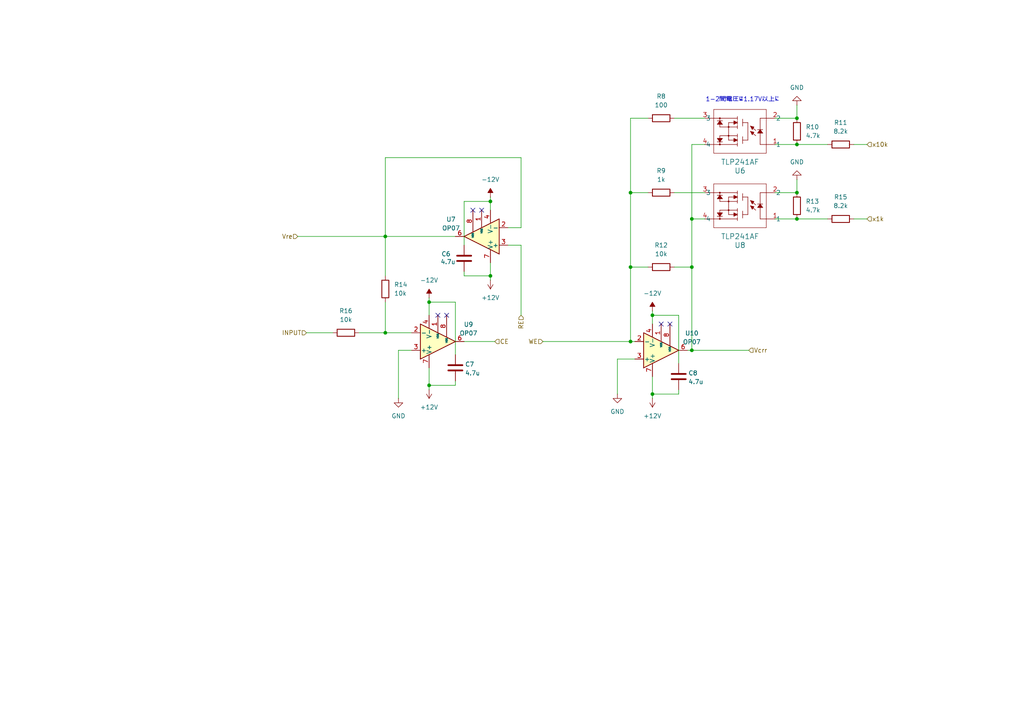
<source format=kicad_sch>
(kicad_sch (version 20250114) (generator "eeschema") (generator_version "9.0")
  (paper "A4")
  (lib_symbols
    (symbol "2025-06-01_06-39-10:TLP241AF" (pin_names (offset 0.254))
      (property "Reference" "U" (at 0 0 0))
      (property "Value" "TLP241AF" (at 0 0 0))
      (symbol "TLP241AF_0_1"
        (polyline (pts (xy -2.54 -2.54) (xy 0 -2.54)))
        (polyline (pts (xy -2.54 -10.16) (xy 0 -10.16)))
        (polyline (pts (xy 0 0) (xy 15.24 0)) (stroke (width 0.127)))
        (polyline (pts (xy 0 -12.7) (xy 0 0)) (stroke (width 0.127)))
        (polyline (pts (xy 1.016 -5.842) (xy 1.016 -5.842) (xy 2.54 -5.842) (xy 1.778 -6.858) (xy 1.016 -5.842)) (fill (type outline)))
        (polyline (pts (xy 1.016 -6.858) (xy 2.54 -6.858)))
        (polyline (pts (xy 1.778 -2.54) (xy 0 -2.54)))
        (polyline (pts (xy 1.778 -2.54) (xy 1.778 -5.842)))
        (polyline (pts (xy 1.778 -10.16) (xy 0 -10.16)))
        (polyline (pts (xy 1.778 -10.16) (xy 1.778 -6.858)))
        (polyline (pts (xy 4.572 -6.35) (xy 3.048 -5.08)))
        (polyline (pts (xy 4.572 -6.35) (xy 4.572 -6.35) (xy 4.064 -5.334) (xy 3.556 -6.096) (xy 4.572 -6.35)) (fill (type outline)))
        (polyline (pts (xy 4.572 -7.874) (xy 3.048 -6.604)))
        (polyline (pts (xy 4.572 -7.874) (xy 4.572 -7.874) (xy 4.064 -6.858) (xy 3.556 -7.62) (xy 4.572 -7.874)) (fill (type outline)))
        (polyline (pts (xy 5.334 -3.81) (xy 5.334 -8.89)))
        (polyline (pts (xy 6.858 -2.794) (xy 6.858 -4.826)))
        (polyline (pts (xy 6.858 -3.81) (xy 5.334 -3.81)))
        (polyline (pts (xy 6.858 -7.874) (xy 6.858 -9.906)))
        (polyline (pts (xy 6.858 -8.89) (xy 5.334 -8.89)))
        (polyline (pts (xy 8.382 -2.032) (xy 8.382 -3.048)))
        (polyline (pts (xy 8.382 -2.54) (xy 15.24 -2.54)))
        (polyline (pts (xy 8.382 -3.302) (xy 8.382 -4.318)))
        (polyline (pts (xy 8.382 -3.81) (xy 8.382 -3.81) (xy 9.398 -3.302) (xy 9.398 -4.318) (xy 8.382 -3.81)) (fill (type outline)))
        (polyline (pts (xy 8.382 -4.572) (xy 8.382 -5.588)))
        (polyline (pts (xy 8.382 -5.08) (xy 13.462 -5.08)))
        (polyline (pts (xy 8.382 -7.112) (xy 8.382 -8.128)))
        (polyline (pts (xy 8.382 -7.62) (xy 13.462 -7.62)))
        (polyline (pts (xy 8.382 -8.382) (xy 8.382 -9.398)))
        (polyline (pts (xy 8.382 -8.89) (xy 8.382 -8.89) (xy 9.398 -8.382) (xy 9.398 -9.398) (xy 8.382 -8.89)) (fill (type outline)))
        (polyline (pts (xy 8.382 -9.652) (xy 8.382 -10.668)))
        (polyline (pts (xy 8.382 -10.16) (xy 15.24 -10.16)))
        (polyline (pts (xy 9.398 -3.81) (xy 10.922 -3.81)))
        (polyline (pts (xy 9.398 -8.89) (xy 10.922 -8.89)))
        (polyline (pts (xy 10.922 -3.81) (xy 10.922 -8.89)))
        (circle (center 10.922 -5.08) (radius 0.127) (stroke (width 0.254)))
        (circle (center 10.922 -7.62) (radius 0.127) (stroke (width 0.254)))
        (polyline (pts (xy 12.7 -3.302) (xy 14.224 -3.302)))
        (polyline (pts (xy 12.7 -8.382) (xy 12.7 -8.382) (xy 14.224 -8.382) (xy 13.462 -9.398) (xy 12.7 -8.382)) (fill (type outline)))
        (polyline (pts (xy 12.7 -9.398) (xy 14.224 -9.398)))
        (polyline (pts (xy 13.462 -2.54) (xy 13.462 -3.302)))
        (circle (center 13.462 -2.54) (radius 0.127) (stroke (width 0.254)))
        (polyline (pts (xy 13.462 -3.302) (xy 13.462 -3.302) (xy 12.7 -4.318) (xy 14.224 -4.318) (xy 13.462 -3.302)) (fill (type outline)))
        (polyline (pts (xy 13.462 -4.318) (xy 13.462 -5.08)))
        (polyline (pts (xy 13.462 -7.62) (xy 13.462 -8.382)))
        (polyline (pts (xy 13.462 -9.398) (xy 13.462 -10.16)))
        (circle (center 13.462 -10.16) (radius 0.127) (stroke (width 0.254)))
        (polyline (pts (xy 15.24 0) (xy 15.24 -12.7)) (stroke (width 0.127)))
        (polyline (pts (xy 15.24 -12.7) (xy 0 -12.7)) (stroke (width 0.127)))
        (polyline (pts (xy 17.78 -2.54) (xy 15.24 -2.54)))
        (polyline (pts (xy 17.78 -10.16) (xy 15.24 -10.16)))
        (pin unspecified line (at -2.54 -2.54 180) (length 0.0254) (name "1") (number "1"))
        (pin unspecified line (at -2.54 -10.16 180) (length 0.0254) (name "2") (number "2"))
        (pin unspecified line (at 17.78 -2.54 180) (length 0.0254) (name "4") (number "4"))
        (pin unspecified line (at 17.78 -10.16 180) (length 0.0254) (name "3") (number "3"))
      )
    )
    (symbol "Amplifier_Operational:OP07" (pin_names (offset 0.127))
      (property "Reference" "U" (at 1.27 6.35 0))
      (property "Value" "OP07" (at 1.27 3.81 0))
      (symbol "OP07_0_1"
        (polyline (pts (xy -5.08 5.08) (xy 5.08 0) (xy -5.08 -5.08) (xy -5.08 5.08)) (stroke (width 0.254)) (fill (type background)))
      )
      (symbol "OP07_1_1"
        (pin input line (at -7.62 2.54 0) (length 2.54) (name "+") (number "3"))
        (pin input line (at -7.62 -2.54 0) (length 2.54) (name "-") (number "2"))
        (pin power_in line (at -2.54 7.62 270) (length 3.81) (name "V+") (number "7"))
        (pin power_in line (at -2.54 -7.62 90) (length 3.81) (name "V-") (number "4"))
        (pin no_connect line (at 0 2.54 270) (length 2.54) (hide yes) (name "NC") (number "5"))
        (pin input line (at 0 -7.62 90) (length 5.08) (name "VOS") (number "1"))
        (pin input line (at 2.54 -7.62 90) (length 6.35) (name "VOS") (number "8"))
        (pin output line (at 7.62 0 180) (length 2.54) (name "~") (number "6"))
      )
    )
    (symbol "Device:C" (pin_numbers (hide yes)) (pin_names (offset 0.254))
      (property "Reference" "C" (at 0.635 2.54 0))
      (property "Value" "C" (at 0.635 -2.54 0))
      (symbol "C_0_1"
        (polyline (pts (xy -2.032 0.762) (xy 2.032 0.762)) (stroke (width 0.508)))
        (polyline (pts (xy -2.032 -0.762) (xy 2.032 -0.762)) (stroke (width 0.508)))
      )
      (symbol "C_1_1"
        (pin passive line (at 0 3.81 270) (length 2.794) (name "~") (number "1"))
        (pin passive line (at 0 -3.81 90) (length 2.794) (name "~") (number "2"))
      )
    )
    (symbol "Device:R" (pin_numbers (hide yes)) (pin_names (offset 0))
      (property "Reference" "R" (at 2.032 0 90))
      (property "Value" "R" (at 0 0 90))
      (symbol "R_0_1"
        (rectangle (start -1.016 -2.54) (end 1.016 2.54) (stroke (width 0.254)))
      )
      (symbol "R_1_1"
        (pin passive line (at 0 3.81 270) (length 1.27) (name "~") (number "1"))
        (pin passive line (at 0 -3.81 90) (length 1.27) (name "~") (number "2"))
      )
    )
    (symbol "GND_1" (power) (pin_numbers (hide yes)) (pin_names (offset 0) (hide yes))
      (property "Value" "GND" (at 0 -3.81 0))
      (symbol "GND_1_0_1"
        (polyline (pts (xy 0 0) (xy 0 -1.27) (xy 1.27 -1.27) (xy 0 -2.54) (xy -1.27 -1.27) (xy 0 -1.27)))
      )
      (symbol "GND_1_1_1"
        (pin power_in line (at 0 0 270) (length 0) (name "~") (number "1"))
      )
    )
    (symbol "power:+12V" (power) (pin_numbers (hide yes)) (pin_names (offset 0) (hide yes))
      (property "Value" "+12V" (at 0 3.556 0))
      (symbol "+12V_0_1"
        (polyline (pts (xy -0.762 1.27) (xy 0 2.54)))
        (polyline (pts (xy 0 2.54) (xy 0.762 1.27)))
        (polyline (pts (xy 0 0) (xy 0 2.54)))
      )
      (symbol "+12V_1_1"
        (pin power_in line (at 0 0 90) (length 0) (name "~") (number "1"))
      )
    )
    (symbol "power:-12V" (power) (pin_numbers (hide yes)) (pin_names (offset 0) (hide yes))
      (property "Value" "-12V" (at 0 3.556 0))
      (symbol "-12V_0_0"
        (pin power_in line (at 0 0 90) (length 0) (name "~") (number "1"))
      )
      (symbol "-12V_0_1"
        (polyline (pts (xy 0 0) (xy 0 1.27) (xy 0.762 1.27) (xy 0 2.54) (xy -0.762 1.27) (xy 0 1.27)) (fill (type outline)))
      )
    )
    (symbol "power:GNDA" (power) (pin_numbers (hide yes)) (pin_names (offset 0) (hide yes))
      (property "Value" "GNDA" (at 0 -3.81 0))
      (symbol "GNDA_0_1"
        (polyline (pts (xy 0 0) (xy 0 -1.27) (xy 1.27 -1.27) (xy 0 -2.54) (xy -1.27 -1.27) (xy 0 -1.27)))
      )
      (symbol "GNDA_1_1"
        (pin power_in line (at 0 0 270) (length 0) (name "~") (number "1"))
      )
    )
  )
  (text "1-2間電圧は1.17V以上に" (at 215.392 28.956 0) (effects (font (size 1.27 1.27))))
  (junction (at 231.14 55.88))
  (junction (at 200.66 101.6))
  (junction (at 124.46 87.63))
  (junction (at 200.66 77.47))
  (junction (at 231.14 34.29))
  (junction (at 200.66 63.5))
  (junction (at 111.76 68.58))
  (junction (at 189.23 114.3))
  (junction (at 182.88 55.88))
  (junction (at 231.14 41.91))
  (junction (at 111.76 96.52))
  (junction (at 189.23 91.44))
  (junction (at 182.88 77.47))
  (junction (at 142.24 80.01))
  (junction (at 142.24 58.42))
  (junction (at 124.46 111.76))
  (junction (at 231.14 63.5))
  (junction (at 182.88 99.06))
  (no_connect (at 139.7 60.96))
  (no_connect (at 191.77 93.98))
  (no_connect (at 137.16 60.96))
  (no_connect (at 129.54 91.44))
  (no_connect (at 127 91.44))
  (no_connect (at 194.31 93.98))
  (wire (pts (xy 182.88 77.47) (xy 187.96 77.47)))
  (wire (pts (xy 132.08 87.63) (xy 132.08 102.87)))
  (wire (pts (xy 247.65 63.5) (xy 251.46 63.5)))
  (wire (pts (xy 189.23 91.44) (xy 189.23 93.98)))
  (wire (pts (xy 111.76 80.01) (xy 111.76 68.58)))
  (wire (pts (xy 196.85 91.44) (xy 196.85 105.41)))
  (wire (pts (xy 189.23 114.3) (xy 189.23 109.22)))
  (wire (pts (xy 124.46 87.63) (xy 124.46 91.44)))
  (wire (pts (xy 195.58 77.47) (xy 200.66 77.47)))
  (wire (pts (xy 189.23 90.17) (xy 189.23 91.44)))
  (wire (pts (xy 111.76 68.58) (xy 132.08 68.58)))
  (wire (pts (xy 231.14 30.48) (xy 231.14 34.29)))
  (wire (pts (xy 111.76 68.58) (xy 111.76 45.72)))
  (wire (pts (xy 224.79 55.88) (xy 231.14 55.88)))
  (wire (pts (xy 151.13 66.04) (xy 147.32 66.04)))
  (wire (pts (xy 196.85 113.03) (xy 196.85 114.3)))
  (wire (pts (xy 182.88 55.88) (xy 182.88 77.47)))
  (wire (pts (xy 200.66 63.5) (xy 204.47 63.5)))
  (wire (pts (xy 111.76 96.52) (xy 111.76 87.63)))
  (wire (pts (xy 182.88 34.29) (xy 182.88 55.88)))
  (wire (pts (xy 199.39 101.6) (xy 200.66 101.6)))
  (wire (pts (xy 189.23 115.57) (xy 189.23 114.3)))
  (wire (pts (xy 142.24 80.01) (xy 142.24 76.2)))
  (wire (pts (xy 224.79 63.5) (xy 231.14 63.5)))
  (wire (pts (xy 142.24 58.42) (xy 142.24 60.96)))
  (wire (pts (xy 231.14 52.07) (xy 231.14 55.88)))
  (wire (pts (xy 115.57 101.6) (xy 115.57 115.57)))
  (wire (pts (xy 200.66 63.5) (xy 200.66 77.47)))
  (wire (pts (xy 142.24 58.42) (xy 134.62 58.42)))
  (wire (pts (xy 111.76 45.72) (xy 151.13 45.72)))
  (wire (pts (xy 182.88 55.88) (xy 187.96 55.88)))
  (wire (pts (xy 132.08 110.49) (xy 132.08 111.76)))
  (wire (pts (xy 195.58 55.88) (xy 204.47 55.88)))
  (wire (pts (xy 134.62 99.06) (xy 143.51 99.06)))
  (wire (pts (xy 119.38 101.6) (xy 115.57 101.6)))
  (wire (pts (xy 151.13 71.12) (xy 151.13 91.44)))
  (wire (pts (xy 179.07 104.14) (xy 179.07 114.3)))
  (wire (pts (xy 224.79 34.29) (xy 231.14 34.29)))
  (wire (pts (xy 204.47 41.91) (xy 200.66 41.91)))
  (wire (pts (xy 200.66 101.6) (xy 217.17 101.6)))
  (wire (pts (xy 182.88 77.47) (xy 182.88 99.06)))
  (wire (pts (xy 104.14 96.52) (xy 111.76 96.52)))
  (wire (pts (xy 111.76 96.52) (xy 119.38 96.52)))
  (wire (pts (xy 124.46 111.76) (xy 132.08 111.76)))
  (wire (pts (xy 86.36 68.58) (xy 111.76 68.58)))
  (wire (pts (xy 142.24 57.15) (xy 142.24 58.42)))
  (wire (pts (xy 189.23 91.44) (xy 196.85 91.44)))
  (wire (pts (xy 142.24 80.01) (xy 142.24 81.28)))
  (wire (pts (xy 151.13 45.72) (xy 151.13 66.04)))
  (wire (pts (xy 124.46 111.76) (xy 124.46 113.03)))
  (wire (pts (xy 231.14 63.5) (xy 240.03 63.5)))
  (wire (pts (xy 124.46 86.36) (xy 124.46 87.63)))
  (wire (pts (xy 182.88 99.06) (xy 184.15 99.06)))
  (wire (pts (xy 134.62 58.42) (xy 134.62 71.12)))
  (wire (pts (xy 124.46 111.76) (xy 124.46 106.68)))
  (wire (pts (xy 88.9 96.52) (xy 96.52 96.52)))
  (wire (pts (xy 231.14 41.91) (xy 240.03 41.91)))
  (wire (pts (xy 224.79 41.91) (xy 231.14 41.91)))
  (wire (pts (xy 184.15 104.14) (xy 179.07 104.14)))
  (wire (pts (xy 124.46 87.63) (xy 132.08 87.63)))
  (wire (pts (xy 187.96 34.29) (xy 182.88 34.29)))
  (wire (pts (xy 157.48 99.06) (xy 182.88 99.06)))
  (wire (pts (xy 200.66 41.91) (xy 200.66 63.5)))
  (wire (pts (xy 247.65 41.91) (xy 251.46 41.91)))
  (wire (pts (xy 147.32 71.12) (xy 151.13 71.12)))
  (wire (pts (xy 134.62 78.74) (xy 134.62 80.01)))
  (wire (pts (xy 195.58 34.29) (xy 204.47 34.29)))
  (wire (pts (xy 196.85 114.3) (xy 189.23 114.3)))
  (wire (pts (xy 200.66 77.47) (xy 200.66 101.6)))
  (wire (pts (xy 134.62 80.01) (xy 142.24 80.01)))
  (hierarchical_label "CE" (shape input) (at 143.51 99.06 0))
  (hierarchical_label "Vre" (shape input) (at 86.36 68.58 180))
  (hierarchical_label "INPUT" (shape input) (at 88.9 96.52 180))
  (hierarchical_label "Vcrr" (shape input) (at 217.17 101.6 0))
  (hierarchical_label "x10k" (shape input) (at 251.46 41.91 0))
  (hierarchical_label "RE" (shape input) (at 151.13 91.44 270))
  (hierarchical_label "x1k" (shape input) (at 251.46 63.5 0))
  (hierarchical_label "WE" (shape input) (at 157.48 99.06 180))
  (symbol (lib_name "GND_1") (lib_id "power:GND") (at 179.07 114.3 0) (unit 1)
    (property "Reference" "#PWR024" (effects (hide yes)))
    (property "Value" "GND" (at 179.07 119.38 0))
    (property "Description" "Power symbol creates a global label with name \"GND\" , ground" (effects (hide yes)))
  )
  (symbol (lib_name "GND_1") (lib_id "power:GND") (at 231.14 52.07 180) (unit 1)
    (property "Reference" "#PWR019" (effects (hide yes)))
    (property "Value" "GND" (at 231.14 46.99 0))
    (property "Description" "Power symbol creates a global label with name \"GND\" , ground" (effects (hide yes)))
  )
  (symbol (lib_id "power:+12V") (at 189.23 115.57 180) (unit 1)
    (property "Reference" "#PWR026" (effects (hide yes)))
    (property "Value" "+12V" (at 189.23 120.65 0))
    (property "Description" "Power symbol creates a global label with name \"+12V\"" (effects (hide yes)))
  )
  (symbol (lib_id "power:GNDA") (at 115.57 115.57 0) (unit 1)
    (property "Reference" "#PWR025" (effects (hide yes)))
    (property "Value" "GND" (at 115.57 120.65 0))
    (property "Description" "Power symbol creates a global label with name \"GNDA\" , analog ground" (effects (hide yes)))
  )
  (symbol (lib_id "power:-12V") (at 189.23 90.17 0) (unit 1)
    (property "Reference" "#PWR022" (effects (hide yes)))
    (property "Value" "-12V" (at 189.23 85.09 0))
    (property "Description" "Power symbol creates a global label with name \"-12V\"" (effects (hide yes)))
  )
  (symbol (lib_id "Amplifier_Operational:OP07") (at 191.77 101.6 0) (mirror x) (unit 1)
    (property "Reference" "U10" (at 200.66 96.6468 0))
    (property "Value" "OP07" (at 200.66 99.1868 0))
    (property "Footprint" "Package_DIP:DIP-8_W7.62mm" (effects (hide yes)))
    (property "Datasheet" "https://www.analog.com/media/en/technical-documentation/data-sheets/OP07.pdf" (effects (hide yes)))
    (property "Description" "Single Ultra-Low Offset Voltage Operational Amplifier, DIP-8/SOIC-8" (effects (hide yes)))
  )
  (symbol (lib_id "Amplifier_Operational:OP07") (at 139.7 68.58 180) (unit 1)
    (property "Reference" "U7" (at 130.81 63.6268 0))
    (property "Value" "OP07" (at 130.81 66.1668 0))
    (property "Footprint" "Package_DIP:DIP-8_W7.62mm" (effects (hide yes)))
    (property "Datasheet" "https://www.analog.com/media/en/technical-documentation/data-sheets/OP07.pdf" (effects (hide yes)))
    (property "Description" "Single Ultra-Low Offset Voltage Operational Amplifier, DIP-8/SOIC-8" (effects (hide yes)))
  )
  (symbol (lib_id "Device:R") (at 111.76 83.82 0) (unit 1)
    (property "Reference" "R14" (at 114.3 82.55 0) (effects (justify left)))
    (property "Value" "10k" (at 114.3 85.09 0) (effects (justify left)))
    (property "Footprint" "Resistor_SMD:R_0603_1608Metric" (effects (hide yes)))
    (property "Sim.Device" "R" (effects (hide yes)))
    (property "Sim.Type" "=" (effects (hide yes)))
    (property "Sim.Params" "r=10k" (effects (hide yes)))
    (property "Sim.Pins" "1=+ 2=-" (effects (hide yes)))
  )
  (symbol (lib_id "Device:R") (at 100.33 96.52 90) (unit 1)
    (property "Reference" "R16" (at 100.33 90.17 90))
    (property "Value" "10k" (at 100.33 92.71 90))
    (property "Footprint" "Resistor_SMD:R_0603_1608Metric" (effects (hide yes)))
    (property "Sim.Device" "R" (effects (hide yes)))
    (property "Sim.Type" "=" (effects (hide yes)))
    (property "Sim.Params" "r=10k" (effects (hide yes)))
    (property "Sim.Pins" "1=+ 2=-" (effects (hide yes)))
  )
  (symbol (lib_name "GND_1") (lib_id "power:GND") (at 231.14 30.48 180) (unit 1)
    (property "Reference" "#PWR017" (effects (hide yes)))
    (property "Value" "GND" (at 231.14 25.4 0))
    (property "Description" "Power symbol creates a global label with name \"GND\" , ground" (effects (hide yes)))
  )
  (symbol (lib_id "power:-12V") (at 124.46 86.36 0) (unit 1)
    (property "Reference" "#PWR021" (effects (hide yes)))
    (property "Value" "-12V" (at 124.46 81.28 0))
    (property "Description" "Power symbol creates a global label with name \"-12V\"" (effects (hide yes)))
  )
  (symbol (lib_id "Device:R") (at 191.77 77.47 90) (unit 1)
    (property "Reference" "R12" (at 191.77 71.12 90))
    (property "Value" "10k" (at 191.77 73.66 90))
    (property "Footprint" "Resistor_SMD:R_0603_1608Metric" (effects (hide yes)))
    (property "Description" "Resistor" (effects (hide yes)))
  )
  (symbol (lib_id "2025-06-01_06-39-10:TLP241AF") (at 222.25 44.45 180) (unit 1)
    (property "Reference" "U6" (at 214.6427 49.53 0) (effects (font (size 1.524 1.524))))
    (property "Value" "TLP241AF" (at 214.6427 46.99 0) (effects (font (size 1.524 1.524))))
    (property "Footprint" "footprints:DIP4_TOS" (effects (hide yes)))
    (property "Datasheet" "TLP241AF" (effects (hide yes)))
  )
  (symbol (lib_id "Device:R") (at 191.77 34.29 90) (unit 1)
    (property "Reference" "R8" (at 191.77 27.94 90))
    (property "Value" "100" (at 191.77 30.48 90))
    (property "Footprint" "Resistor_SMD:R_0603_1608Metric" (effects (hide yes)))
    (property "Description" "Resistor" (effects (hide yes)))
  )
  (symbol (lib_id "power:+12V") (at 124.46 113.03 180) (unit 1)
    (property "Reference" "#PWR023" (effects (hide yes)))
    (property "Value" "+12V" (at 124.46 118.11 0))
    (property "Description" "Power symbol creates a global label with name \"+12V\"" (effects (hide yes)))
  )
  (symbol (lib_id "power:-12V") (at 142.24 57.15 0) (unit 1)
    (property "Reference" "#PWR018" (effects (hide yes)))
    (property "Value" "-12V" (at 142.24 52.07 0))
    (property "Description" "Power symbol creates a global label with name \"-12V\"" (effects (hide yes)))
  )
  (symbol (lib_id "Device:R") (at 243.84 63.5 90) (unit 1)
    (property "Reference" "R15" (at 243.84 57.15 90))
    (property "Value" "8.2k" (at 243.84 59.69 90))
    (property "Footprint" "Resistor_SMD:R_0603_1608Metric" (effects (hide yes)))
    (property "Description" "Resistor" (effects (hide yes)))
  )
  (symbol (lib_id "Device:R") (at 231.14 59.69 0) (unit 1)
    (property "Reference" "R13" (at 233.68 58.4199 0) (effects (justify left)))
    (property "Value" "4.7k" (at 233.68 60.9599 0) (effects (justify left)))
    (property "Footprint" "Resistor_SMD:R_0603_1608Metric" (effects (hide yes)))
    (property "Description" "Resistor" (effects (hide yes)))
  )
  (symbol (lib_id "Device:R") (at 243.84 41.91 270) (unit 1)
    (property "Reference" "R11" (at 243.84 35.56 90))
    (property "Value" "8.2k" (at 243.84 38.1 90))
    (property "Footprint" "Resistor_SMD:R_0603_1608Metric" (effects (hide yes)))
    (property "Description" "Resistor" (effects (hide yes)))
  )
  (symbol (lib_id "Amplifier_Operational:OP07") (at 127 99.06 0) (mirror x) (unit 1)
    (property "Reference" "U9" (at 135.89 94.1068 0))
    (property "Value" "OP07" (at 135.89 96.6468 0))
    (property "Footprint" "Package_DIP:DIP-8_W7.62mm" (effects (hide yes)))
    (property "Datasheet" "https://www.analog.com/media/en/technical-documentation/data-sheets/OP07.pdf" (effects (hide yes)))
    (property "Description" "Single Ultra-Low Offset Voltage Operational Amplifier, DIP-8/SOIC-8" (effects (hide yes)))
  )
  (symbol (lib_id "Device:C") (at 134.62 74.93 180) (unit 1)
    (property "Reference" "C6" (at 128.016 73.66 0) (effects (justify right)))
    (property "Value" "4.7u" (at 127.762 75.946 0) (effects (justify right)))
    (property "Footprint" "Capacitor_SMD:C_1206_3216Metric" (effects (hide yes)))
    (property "Description" "Unpolarized capacitor" (effects (hide yes)))
    (property "Sim.Device" "C" (effects (hide yes)))
    (property "Sim.Type" "=" (effects (hide yes)))
    (property "Sim.Params" "c=0.1u" (effects (hide yes)))
    (property "Sim.Pins" "1=+ 2=-" (effects (hide yes)))
  )
  (symbol (lib_id "2025-06-01_06-39-10:TLP241AF") (at 222.25 66.04 180) (unit 1)
    (property "Reference" "U8" (at 214.6427 71.12 0) (effects (font (size 1.524 1.524))))
    (property "Value" "TLP241AF" (at 214.6427 68.58 0) (effects (font (size 1.524 1.524))))
    (property "Footprint" "footprints:DIP4_TOS" (effects (hide yes)))
    (property "Datasheet" "TLP241AF" (effects (hide yes)))
  )
  (symbol (lib_id "Device:C") (at 196.85 109.22 180) (unit 1)
    (property "Reference" "C8" (at 199.644 108.204 0) (effects (justify right)))
    (property "Value" "4.7u" (at 199.644 110.744 0) (effects (justify right)))
    (property "Footprint" "Capacitor_SMD:C_1206_3216Metric" (effects (hide yes)))
    (property "Description" "Unpolarized capacitor" (effects (hide yes)))
    (property "Sim.Device" "C" (effects (hide yes)))
    (property "Sim.Type" "=" (effects (hide yes)))
    (property "Sim.Params" "c=0.1u" (effects (hide yes)))
    (property "Sim.Pins" "1=+ 2=-" (effects (hide yes)))
  )
  (symbol (lib_id "Device:R") (at 191.77 55.88 90) (unit 1)
    (property "Reference" "R9" (at 191.77 49.53 90))
    (property "Value" "1k" (at 191.77 52.07 90))
    (property "Footprint" "Resistor_SMD:R_0603_1608Metric" (effects (hide yes)))
    (property "Description" "Resistor" (effects (hide yes)))
  )
  (symbol (lib_id "Device:C") (at 132.08 106.68 180) (unit 1)
    (property "Reference" "C7" (at 134.874 105.664 0) (effects (justify right)))
    (property "Value" "4.7u" (at 134.874 108.204 0) (effects (justify right)))
    (property "Footprint" "Capacitor_SMD:C_1206_3216Metric" (effects (hide yes)))
    (property "Description" "Unpolarized capacitor" (effects (hide yes)))
    (property "Sim.Device" "C" (effects (hide yes)))
    (property "Sim.Type" "=" (effects (hide yes)))
    (property "Sim.Params" "c=0.1u" (effects (hide yes)))
    (property "Sim.Pins" "1=+ 2=-" (effects (hide yes)))
  )
  (symbol (lib_id "Device:R") (at 231.14 38.1 180) (unit 1)
    (property "Reference" "R10" (at 233.68 36.8299 0) (effects (justify right)))
    (property "Value" "4.7k" (at 233.68 39.3699 0) (effects (justify right)))
    (property "Footprint" "Resistor_SMD:R_0603_1608Metric" (effects (hide yes)))
    (property "Description" "Resistor" (effects (hide yes)))
  )
  (symbol (lib_id "power:+12V") (at 142.24 81.28 180) (unit 1)
    (property "Reference" "#PWR020" (effects (hide yes)))
    (property "Value" "+12V" (at 142.24 86.36 0))
    (property "Description" "Power symbol creates a global label with name \"+12V\"" (effects (hide yes)))
  )
)
</source>
